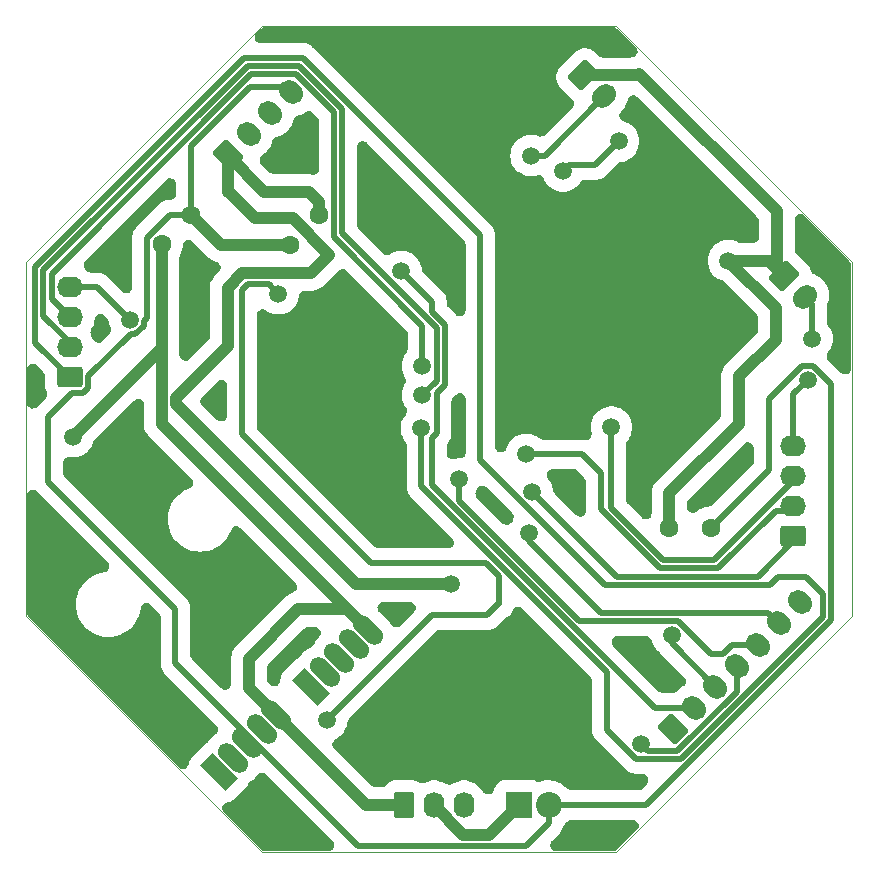
<source format=gbr>
G04 #@! TF.GenerationSoftware,KiCad,Pcbnew,8.0.0*
G04 #@! TF.CreationDate,2024-05-10T10:59:33-04:00*
G04 #@! TF.ProjectId,MainPCBV2,4d61696e-5043-4425-9632-2e6b69636164,rev?*
G04 #@! TF.SameCoordinates,PX7270e00PY7bfa480*
G04 #@! TF.FileFunction,Copper,L2,Bot*
G04 #@! TF.FilePolarity,Positive*
%FSLAX45Y45*%
G04 Gerber Fmt 4.5, Leading zero omitted, Abs format (unit mm)*
G04 Created by KiCad (PCBNEW 8.0.0) date 2024-05-10 10:59:33*
%MOMM*%
%LPD*%
G01*
G04 APERTURE LIST*
G04 Aperture macros list*
%AMRoundRect*
0 Rectangle with rounded corners*
0 $1 Rounding radius*
0 $2 $3 $4 $5 $6 $7 $8 $9 X,Y pos of 4 corners*
0 Add a 4 corners polygon primitive as box body*
4,1,4,$2,$3,$4,$5,$6,$7,$8,$9,$2,$3,0*
0 Add four circle primitives for the rounded corners*
1,1,$1+$1,$2,$3*
1,1,$1+$1,$4,$5*
1,1,$1+$1,$6,$7*
1,1,$1+$1,$8,$9*
0 Add four rect primitives between the rounded corners*
20,1,$1+$1,$2,$3,$4,$5,0*
20,1,$1+$1,$4,$5,$6,$7,0*
20,1,$1+$1,$6,$7,$8,$9,0*
20,1,$1+$1,$8,$9,$2,$3,0*%
%AMHorizOval*
0 Thick line with rounded ends*
0 $1 width*
0 $2 $3 position (X,Y) of the first rounded end (center of the circle)*
0 $4 $5 position (X,Y) of the second rounded end (center of the circle)*
0 Add line between two ends*
20,1,$1,$2,$3,$4,$5,0*
0 Add two circle primitives to create the rounded ends*
1,1,$1,$2,$3*
1,1,$1,$4,$5*%
%AMRotRect*
0 Rectangle, with rotation*
0 The origin of the aperture is its center*
0 $1 length*
0 $2 width*
0 $3 Rotation angle, in degrees counterclockwise*
0 Add horizontal line*
21,1,$1,$2,0,0,$3*%
G04 Aperture macros list end*
G04 #@! TA.AperFunction,ComponentPad*
%ADD10RoundRect,0.250000X0.845000X-0.620000X0.845000X0.620000X-0.845000X0.620000X-0.845000X-0.620000X0*%
G04 #@! TD*
G04 #@! TA.AperFunction,ComponentPad*
%ADD11O,2.190000X1.740000*%
G04 #@! TD*
G04 #@! TA.AperFunction,ComponentPad*
%ADD12RoundRect,0.250000X0.159099X-1.035911X1.035911X-0.159099X-0.159099X1.035911X-1.035911X0.159099X0*%
G04 #@! TD*
G04 #@! TA.AperFunction,ComponentPad*
%ADD13HorizOval,1.740000X-0.159099X0.159099X0.159099X-0.159099X0*%
G04 #@! TD*
G04 #@! TA.AperFunction,ComponentPad*
%ADD14RotRect,1.500000X3.000000X45.000000*%
G04 #@! TD*
G04 #@! TA.AperFunction,ComponentPad*
%ADD15HorizOval,1.500000X-0.530330X0.530330X0.530330X-0.530330X0*%
G04 #@! TD*
G04 #@! TA.AperFunction,ComponentPad*
%ADD16C,1.600000*%
G04 #@! TD*
G04 #@! TA.AperFunction,ComponentPad*
%ADD17RoundRect,0.250000X-1.035911X-0.159099X-0.159099X-1.035911X1.035911X0.159099X0.159099X1.035911X0*%
G04 #@! TD*
G04 #@! TA.AperFunction,ComponentPad*
%ADD18HorizOval,1.740000X-0.159099X-0.159099X0.159099X0.159099X0*%
G04 #@! TD*
G04 #@! TA.AperFunction,ComponentPad*
%ADD19RoundRect,0.250000X-0.620000X-0.845000X0.620000X-0.845000X0.620000X0.845000X-0.620000X0.845000X0*%
G04 #@! TD*
G04 #@! TA.AperFunction,ComponentPad*
%ADD20O,1.740000X2.190000*%
G04 #@! TD*
G04 #@! TA.AperFunction,ComponentPad*
%ADD21R,2.200000X2.200000*%
G04 #@! TD*
G04 #@! TA.AperFunction,ComponentPad*
%ADD22C,2.200000*%
G04 #@! TD*
G04 #@! TA.AperFunction,ViaPad*
%ADD23C,1.500000*%
G04 #@! TD*
G04 #@! TA.AperFunction,Conductor*
%ADD24C,0.500000*%
G04 #@! TD*
G04 #@! TA.AperFunction,Conductor*
%ADD25C,1.000000*%
G04 #@! TD*
G04 #@! TA.AperFunction,Profile*
%ADD26C,0.100000*%
G04 #@! TD*
G04 APERTURE END LIST*
D10*
X6500000Y2678000D03*
D11*
X6500000Y2932000D03*
X6500000Y3186000D03*
X6500000Y3440000D03*
D12*
X1710790Y5900790D03*
D13*
X1890395Y6080395D03*
X2070000Y6260000D03*
X2249605Y6439605D03*
D14*
X1637624Y681544D03*
D15*
X1757832Y801752D03*
X1878040Y921960D03*
X1998248Y1042168D03*
X2118456Y1162376D03*
D16*
X2483744Y5393744D03*
X2236256Y5146256D03*
D17*
X6420395Y4879605D03*
D18*
X6600000Y4700000D03*
D19*
X3202000Y400000D03*
D20*
X3456000Y400000D03*
X3710000Y400000D03*
D21*
X4173000Y400000D03*
D22*
X4427000Y400000D03*
D17*
X4720395Y6579605D03*
D18*
X4900000Y6400000D03*
D12*
X5481185Y1041185D03*
D13*
X5660790Y1220790D03*
X5840395Y1400395D03*
X6020000Y1580000D03*
X6199605Y1759605D03*
X6379210Y1939210D03*
X6558815Y2118815D03*
D16*
X5450000Y2750000D03*
X5800000Y2750000D03*
X1152513Y5152513D03*
X1400000Y5400000D03*
D14*
X2415779Y1403389D03*
D15*
X2535987Y1523597D03*
X2656195Y1643805D03*
X2776403Y1764013D03*
X2896611Y1884221D03*
D10*
X375000Y4021000D03*
D11*
X375000Y4275000D03*
X375000Y4529000D03*
X375000Y4783000D03*
D23*
X5470000Y1840000D03*
X400000Y3520000D03*
X3600000Y2270000D03*
X3360000Y3870000D03*
X880000Y4510000D03*
X3350000Y3590000D03*
X5950000Y5010000D03*
X5210000Y920000D03*
X3180000Y4920000D03*
X3670000Y3160000D03*
X4260000Y2700000D03*
X5020000Y6020000D03*
X4550000Y5770000D03*
X3360000Y4120000D03*
X6660000Y4350000D03*
X4280000Y5900000D03*
X2550000Y1120000D03*
X2140000Y4730000D03*
X6620000Y4000000D03*
X4960000Y3600000D03*
X4290000Y3050000D03*
X4240000Y3370000D03*
D24*
X190000Y3140000D02*
X1268155Y2061845D01*
X529500Y3929312D02*
X489188Y3889000D01*
X2209210Y6480000D02*
X1898995Y6480000D01*
X1268155Y1602555D02*
X2815711Y55000D01*
X1898995Y6480000D02*
X1400000Y5981005D01*
X929706Y4390000D02*
X890000Y4390000D01*
X1000000Y4500000D02*
X1000000Y4460294D01*
X190000Y3690000D02*
X190000Y3140000D01*
D25*
X1400000Y5400000D02*
X1653744Y5146256D01*
D24*
X489188Y3889000D02*
X389000Y3889000D01*
X890000Y4390000D02*
X529500Y4029500D01*
X6669706Y4120000D02*
X6570294Y4120000D01*
X2249605Y6439605D02*
X2209210Y6480000D01*
X4427000Y244437D02*
X4427000Y400000D01*
X5470000Y1770790D02*
X5470000Y1840000D01*
X1027513Y5204289D02*
X1027513Y4527513D01*
X1268155Y2061845D02*
X1268155Y1602555D01*
X1000000Y4460294D02*
X929706Y4390000D01*
X6290000Y3240000D02*
X5800000Y2750000D01*
D25*
X1653744Y5146256D02*
X2236256Y5146256D01*
D24*
X6570294Y4120000D02*
X6290000Y3839706D01*
X6290000Y3839706D02*
X6290000Y3240000D01*
X2815711Y55000D02*
X4237563Y55000D01*
X1027513Y4527513D02*
X1000000Y4500000D01*
X529500Y4029500D02*
X529500Y3929312D01*
X4427000Y400000D02*
X5256486Y400000D01*
X389000Y3889000D02*
X190000Y3690000D01*
X1400000Y5400000D02*
X1223223Y5400000D01*
X6820000Y1963514D02*
X6820000Y3969706D01*
X5840395Y1400395D02*
X5470000Y1770790D01*
X4237563Y55000D02*
X4427000Y244437D01*
X6820000Y3969706D02*
X6669706Y4120000D01*
X1400000Y5981005D02*
X1400000Y5400000D01*
X5256486Y400000D02*
X6820000Y1963514D01*
X1223223Y5400000D02*
X1027513Y5204289D01*
D25*
X1890000Y1640000D02*
X1890000Y1390833D01*
X2720833Y2060000D02*
X2310000Y2060000D01*
X1890000Y1390833D02*
X2118456Y1162376D01*
X1152513Y5152513D02*
X1152513Y3628320D01*
X2310000Y2060000D02*
X1890000Y1640000D01*
X2912390Y1900000D02*
X2896611Y1884221D01*
X2880833Y400000D02*
X2118456Y1162376D01*
X2896611Y1884221D02*
X2720833Y2060000D01*
X1152513Y5152513D02*
X1152513Y4272513D01*
X1152513Y3628320D02*
X2896611Y1884221D01*
X1152513Y4272513D02*
X400000Y3520000D01*
X3202000Y400000D02*
X2880833Y400000D01*
X1720000Y5590000D02*
X1940000Y5370000D01*
X3600000Y2270000D02*
X2800000Y2270000D01*
X2570000Y5060000D02*
X2415000Y4905000D01*
X1710790Y5900790D02*
X2021580Y5590000D01*
X1710790Y4288277D02*
X1710790Y4780000D01*
X1710790Y5590000D02*
X1710790Y5900790D01*
X1710790Y5590000D02*
X1720000Y5590000D01*
X1835790Y4905000D02*
X1710790Y4780000D01*
X1272513Y3850000D02*
X1710790Y4288277D01*
X1940000Y5370000D02*
X2260000Y5370000D01*
X2260000Y5370000D02*
X2570000Y5060000D01*
X1272513Y3797487D02*
X1272513Y3850000D01*
X2800000Y2270000D02*
X1272513Y3797487D01*
X2483744Y5506256D02*
X2483744Y5393744D01*
X2021580Y5590000D02*
X2400000Y5590000D01*
X2415000Y4905000D02*
X1835790Y4905000D01*
X2400000Y5590000D02*
X2483744Y5506256D01*
D24*
X3480000Y3990000D02*
X3360000Y3870000D01*
X375000Y4275000D02*
X419824Y4275000D01*
X419824Y4275000D02*
X150500Y4544324D01*
X2678744Y6296138D02*
X2678744Y5240251D01*
X1878520Y6657515D02*
X2317367Y6657515D01*
X2317367Y6657515D02*
X2678744Y6296138D01*
X150500Y4929495D02*
X1878520Y6657515D01*
X2678744Y5240251D02*
X3480000Y4438995D01*
X150500Y4544324D02*
X150500Y4929495D01*
X3480000Y4438995D02*
X3480000Y3990000D01*
X607000Y4783000D02*
X880000Y4510000D01*
X375000Y4783000D02*
X607000Y4783000D01*
X3350000Y3098995D02*
X3350000Y3590000D01*
X1849525Y6727515D02*
X2346362Y6727515D01*
X5547491Y790000D02*
X5170000Y790000D01*
X3850000Y5223877D02*
X3850000Y3320294D01*
X2346362Y6727515D02*
X3850000Y5223877D01*
X4920000Y1040000D02*
X4920000Y1528995D01*
X6750000Y1992509D02*
X5547491Y790000D01*
X4920000Y1528995D02*
X3350000Y3098995D01*
X6305000Y2265000D02*
X6370000Y2330000D01*
X5170000Y790000D02*
X4920000Y1040000D01*
X3850000Y3320294D02*
X4905294Y2265000D01*
X375000Y4021000D02*
X80500Y4315500D01*
X6370000Y2330000D02*
X6610000Y2330000D01*
X6750000Y2190000D02*
X6750000Y1992509D01*
X4905294Y2265000D02*
X6305000Y2265000D01*
X80500Y4958490D02*
X1849525Y6727515D01*
X80500Y4315500D02*
X80500Y4958490D01*
X6610000Y2330000D02*
X6750000Y2190000D01*
D25*
X6040000Y4030000D02*
X6040000Y3630000D01*
X5179605Y6579605D02*
X4720395Y6579605D01*
X6420395Y4879605D02*
X6360000Y4940000D01*
X6350000Y4340000D02*
X6040000Y4030000D01*
X6040000Y3630000D02*
X5450000Y3040000D01*
X6290000Y5010000D02*
X6420395Y4879605D01*
X5950000Y5010000D02*
X6290000Y5010000D01*
X5450000Y3040000D02*
X5450000Y2750000D01*
X6350000Y4610000D02*
X6350000Y4340000D01*
X6360000Y5427868D02*
X5193934Y6593934D01*
X6360000Y4940000D02*
X6360000Y5427868D01*
X5950000Y5010000D02*
X6350000Y4610000D01*
X5193934Y6593934D02*
X5179605Y6579605D01*
D24*
X6020000Y1580000D02*
X6020000Y1361504D01*
X6020000Y1361504D02*
X5518496Y860000D01*
X6020000Y1580000D02*
X5990000Y1580000D01*
X5270000Y860000D02*
X5210000Y920000D01*
X5518496Y860000D02*
X5270000Y860000D01*
X3440000Y3510294D02*
X3440000Y3107990D01*
X3480000Y3891005D02*
X3480000Y3550294D01*
X3440000Y4577990D02*
X3550000Y4467990D01*
X3550000Y3961005D02*
X3480000Y3891005D01*
X3180000Y4920000D02*
X3440000Y4660000D01*
X3440000Y3107990D02*
X5327200Y1220790D01*
X3440000Y4660000D02*
X3440000Y4577990D01*
X3480000Y3550294D02*
X3440000Y3510294D01*
X5327200Y1220790D02*
X5660790Y1220790D01*
X3550000Y4467990D02*
X3550000Y3961005D01*
X5981109Y1759605D02*
X6199605Y1759605D01*
X3670000Y3160000D02*
X3670000Y2976985D01*
X5901504Y1680000D02*
X5981109Y1759605D01*
X5799706Y1680000D02*
X5901504Y1680000D01*
X5519706Y1960000D02*
X5799706Y1680000D01*
X4686985Y1960000D02*
X5519706Y1960000D01*
X3670000Y2976985D02*
X4686985Y1960000D01*
X4260000Y2640000D02*
X4870000Y2030000D01*
X4260000Y2700000D02*
X4260000Y2640000D01*
X6288420Y2030000D02*
X6379210Y1939210D01*
X4870000Y2030000D02*
X6288420Y2030000D01*
X4820000Y5820000D02*
X5020000Y6020000D01*
X4600000Y5820000D02*
X4820000Y5820000D01*
X4550000Y5770000D02*
X4600000Y5820000D01*
X375000Y4529000D02*
X220500Y4683500D01*
X2608744Y6267143D02*
X2608744Y5211256D01*
X2608744Y5211256D02*
X3360000Y4460000D01*
X1907515Y6587515D02*
X2288372Y6587515D01*
X3360000Y4460000D02*
X3360000Y4120000D01*
X220500Y4683500D02*
X220500Y4900500D01*
X220500Y4900500D02*
X1907515Y6587515D01*
X2288372Y6587515D02*
X2608744Y6267143D01*
X6660000Y4640000D02*
X6600000Y4700000D01*
X6660000Y4350000D02*
X6660000Y4640000D01*
X4400000Y5900000D02*
X4900000Y6400000D01*
X4280000Y5900000D02*
X4400000Y5900000D01*
X2060000Y4810000D02*
X2140000Y4730000D01*
X4010000Y2100000D02*
X4010000Y2340000D01*
X1830000Y3540000D02*
X1830000Y4760000D01*
X1880000Y4810000D02*
X2060000Y4810000D01*
X3900000Y2450000D02*
X2920000Y2450000D01*
X4010000Y2340000D02*
X3900000Y2450000D01*
X2550000Y1120000D02*
X3440000Y2010000D01*
X2920000Y2450000D02*
X1830000Y3540000D01*
X4000000Y2100000D02*
X4010000Y2100000D01*
X1830000Y4760000D02*
X1880000Y4810000D01*
X3910000Y2010000D02*
X4000000Y2100000D01*
X3440000Y2010000D02*
X3910000Y2010000D01*
X6620000Y4000000D02*
X6500000Y3880000D01*
X6500000Y3880000D02*
X6500000Y3400000D01*
X4960000Y2913223D02*
X4960000Y3600000D01*
X5398223Y2475000D02*
X4960000Y2913223D01*
X6500000Y3146000D02*
X5829000Y2475000D01*
X5829000Y2475000D02*
X5398223Y2475000D01*
X6500000Y2638000D02*
X6197000Y2335000D01*
X6197000Y2335000D02*
X5005000Y2335000D01*
X5005000Y2335000D02*
X4290000Y3050000D01*
X5865000Y2405000D02*
X6352000Y2892000D01*
X4870000Y3210000D02*
X4870000Y2904228D01*
X4710000Y3370000D02*
X4870000Y3210000D01*
X6352000Y2892000D02*
X6500000Y2892000D01*
X4240000Y3370000D02*
X4710000Y3370000D01*
X4870000Y2904228D02*
X5369228Y2405000D01*
X5369228Y2405000D02*
X5865000Y2405000D01*
D25*
X3706000Y150000D02*
X3456000Y400000D01*
X3923000Y150000D02*
X3706000Y150000D01*
X4173000Y400000D02*
X3923000Y150000D01*
G04 #@! TA.AperFunction,NonConductor*
G36*
X2410164Y6277212D02*
G01*
X2423530Y6272408D01*
X2435001Y6264033D01*
X2435426Y6263613D01*
X2469078Y6229961D01*
X2477590Y6218591D01*
X2482553Y6205283D01*
X2483694Y6194676D01*
X2483694Y5787090D01*
X2481672Y5773032D01*
X2475772Y5760112D01*
X2466471Y5749378D01*
X2454523Y5741699D01*
X2440895Y5737698D01*
X2426692Y5737698D01*
X2425988Y5737804D01*
X2411809Y5740050D01*
X2411809Y5740050D01*
X2104402Y5740050D01*
X2090343Y5742071D01*
X2077424Y5747971D01*
X2069117Y5754665D01*
X1996020Y5827763D01*
X1987508Y5839133D01*
X1982545Y5852440D01*
X1981531Y5866607D01*
X1984550Y5880486D01*
X1991357Y5892951D01*
X2001400Y5902994D01*
X2006354Y5906262D01*
X2010447Y5908625D01*
X2029900Y5923552D01*
X2047238Y5940890D01*
X2062165Y5960343D01*
X2074425Y5981577D01*
X2083808Y6004231D01*
X2089529Y6025582D01*
X2095120Y6038637D01*
X2104163Y6049590D01*
X2115925Y6057551D01*
X2124812Y6060866D01*
X2146164Y6066587D01*
X2168818Y6075970D01*
X2190052Y6088230D01*
X2209505Y6103157D01*
X2226843Y6120495D01*
X2241770Y6139948D01*
X2254030Y6161182D01*
X2263413Y6183836D01*
X2269134Y6205187D01*
X2274725Y6218243D01*
X2283768Y6229195D01*
X2295530Y6237156D01*
X2304418Y6240471D01*
X2325769Y6246192D01*
X2348423Y6255575D01*
X2369658Y6267835D01*
X2369762Y6267916D01*
X2369860Y6267970D01*
X2371015Y6268742D01*
X2371074Y6268653D01*
X2382145Y6274871D01*
X2395986Y6278055D01*
X2410164Y6277212D01*
G37*
G04 #@! TD.AperFunction*
G04 #@! TA.AperFunction,NonConductor*
G36*
X1242488Y5704387D02*
G01*
X1254954Y5697580D01*
X1264997Y5687537D01*
X1271804Y5675072D01*
X1274823Y5661193D01*
X1274950Y5657633D01*
X1274950Y5574950D01*
X1272929Y5560892D01*
X1267029Y5547972D01*
X1257728Y5537238D01*
X1245779Y5529559D01*
X1232152Y5525558D01*
X1225050Y5525050D01*
X1213382Y5525050D01*
X1193941Y5521971D01*
X1193941Y5521971D01*
X1193941Y5521971D01*
X1188029Y5520050D01*
X1188029Y5520050D01*
X1175222Y5515889D01*
X1175220Y5515888D01*
X1157684Y5506953D01*
X1157683Y5506953D01*
X1141759Y5495383D01*
X1141759Y5495383D01*
X932130Y5285754D01*
X932130Y5285754D01*
X922050Y5271880D01*
X920560Y5269830D01*
X920560Y5269829D01*
X911624Y5252292D01*
X911624Y5252292D01*
X909511Y5245789D01*
X907805Y5240539D01*
X907805Y5240539D01*
X905542Y5233572D01*
X905542Y5233572D01*
X902463Y5214131D01*
X902463Y4784854D01*
X900441Y4770796D01*
X894541Y4757876D01*
X885240Y4747142D01*
X873292Y4739463D01*
X859664Y4735462D01*
X845461Y4735462D01*
X831833Y4739463D01*
X819885Y4747142D01*
X817278Y4749569D01*
X688465Y4878383D01*
X688465Y4878383D01*
X672541Y4889952D01*
X672540Y4889953D01*
X672540Y4889953D01*
X655003Y4898888D01*
X655003Y4898888D01*
X655003Y4898888D01*
X655002Y4898889D01*
X655001Y4898889D01*
X636283Y4904971D01*
X636283Y4904971D01*
X616842Y4908050D01*
X616842Y4908050D01*
X557648Y4908050D01*
X543589Y4910071D01*
X530670Y4915971D01*
X522363Y4922665D01*
X521095Y4923933D01*
X509476Y4932849D01*
X499553Y4943011D01*
X492895Y4955557D01*
X490042Y4969470D01*
X491224Y4983624D01*
X496345Y4996872D01*
X504569Y5007721D01*
X1189766Y5692918D01*
X1201136Y5701430D01*
X1214443Y5706393D01*
X1228610Y5707406D01*
X1242488Y5704387D01*
G37*
G04 #@! TD.AperFunction*
G04 #@! TA.AperFunction,NonConductor*
G36*
X2874423Y6018157D02*
G01*
X2886371Y6010478D01*
X2888978Y6008051D01*
X3710335Y5186695D01*
X3718846Y5175325D01*
X3723810Y5162017D01*
X3724950Y5151410D01*
X3724950Y4590357D01*
X3722929Y4576298D01*
X3717029Y4563379D01*
X3707728Y4552645D01*
X3695779Y4544966D01*
X3682151Y4540965D01*
X3667948Y4540965D01*
X3654321Y4544966D01*
X3642372Y4552645D01*
X3639765Y4555072D01*
X3579665Y4615172D01*
X3571154Y4626542D01*
X3566190Y4639850D01*
X3565050Y4650457D01*
X3565050Y4669842D01*
X3563261Y4681140D01*
X3563261Y4681140D01*
X3561971Y4689283D01*
X3558501Y4699961D01*
X3558501Y4699961D01*
X3557303Y4703650D01*
X3555888Y4708003D01*
X3546952Y4725541D01*
X3535383Y4741465D01*
X3521465Y4755383D01*
X3368527Y4908320D01*
X3360016Y4919690D01*
X3355052Y4932998D01*
X3354051Y4939876D01*
X3353580Y4946163D01*
X3353580Y4946163D01*
X3347742Y4971742D01*
X3342995Y4983837D01*
X3338157Y4996163D01*
X3338157Y4996164D01*
X3338157Y4996164D01*
X3325039Y5018886D01*
X3308680Y5039398D01*
X3308680Y5039398D01*
X3289448Y5057243D01*
X3267771Y5072022D01*
X3267771Y5072023D01*
X3267770Y5072023D01*
X3254884Y5078229D01*
X3244133Y5083406D01*
X3244133Y5083406D01*
X3244132Y5083406D01*
X3244132Y5083406D01*
X3219061Y5091140D01*
X3219061Y5091140D01*
X3219061Y5091140D01*
X3208141Y5092786D01*
X3193118Y5095050D01*
X3166882Y5095050D01*
X3151859Y5092786D01*
X3140939Y5091140D01*
X3140938Y5091140D01*
X3124809Y5086164D01*
X3115867Y5083406D01*
X3115867Y5083406D01*
X3092230Y5072023D01*
X3092229Y5072022D01*
X3085712Y5067580D01*
X3072958Y5061330D01*
X3058960Y5058927D01*
X3044852Y5060565D01*
X3031777Y5066112D01*
X3022318Y5073524D01*
X2818409Y5277433D01*
X2809897Y5288803D01*
X2804934Y5302111D01*
X2803794Y5312718D01*
X2803794Y5972766D01*
X2805815Y5986825D01*
X2811715Y5999744D01*
X2821016Y6010478D01*
X2832964Y6018157D01*
X2846592Y6022158D01*
X2860795Y6022158D01*
X2874423Y6018157D01*
G37*
G04 #@! TD.AperFunction*
G04 #@! TA.AperFunction,NonConductor*
G36*
X647317Y4556797D02*
G01*
X660306Y4551051D01*
X669114Y4544039D01*
X691473Y4521680D01*
X699984Y4510310D01*
X704948Y4497002D01*
X705948Y4490125D01*
X706420Y4483837D01*
X706420Y4483837D01*
X712258Y4458258D01*
X719813Y4439009D01*
X723067Y4425184D01*
X722295Y4411002D01*
X717558Y4397612D01*
X709241Y4386099D01*
X708647Y4385494D01*
X652239Y4329086D01*
X640869Y4320575D01*
X627561Y4315611D01*
X613394Y4314598D01*
X599516Y4317617D01*
X587050Y4324424D01*
X577007Y4334467D01*
X570853Y4345275D01*
X565620Y4357908D01*
X554568Y4377050D01*
X549289Y4390236D01*
X547939Y4404374D01*
X550627Y4418321D01*
X554568Y4426950D01*
X565620Y4446092D01*
X565620Y4446092D01*
X565620Y4446092D01*
X575003Y4468746D01*
X581350Y4492430D01*
X584356Y4515268D01*
X588195Y4528942D01*
X595731Y4540981D01*
X606354Y4550409D01*
X619202Y4556462D01*
X633235Y4558651D01*
X647317Y4556797D01*
G37*
G04 #@! TD.AperFunction*
G04 #@! TA.AperFunction,NonConductor*
G36*
X1392598Y5184126D02*
G01*
X1405888Y5179118D01*
X1417109Y5170688D01*
X1555993Y5031805D01*
X1573774Y5018886D01*
X1575100Y5017922D01*
X1596144Y5007200D01*
X1616550Y5000569D01*
X1629295Y4994303D01*
X1639759Y4984699D01*
X1647094Y4972537D01*
X1650704Y4958800D01*
X1650299Y4944603D01*
X1645910Y4931095D01*
X1637893Y4919371D01*
X1636414Y4917827D01*
X1596338Y4877751D01*
X1591993Y4871770D01*
X1582455Y4858643D01*
X1574614Y4843254D01*
X1571733Y4837600D01*
X1571733Y4837599D01*
X1564434Y4815137D01*
X1560740Y4791809D01*
X1560740Y4371099D01*
X1558718Y4357041D01*
X1552818Y4344121D01*
X1546124Y4335815D01*
X1387747Y4177437D01*
X1376377Y4168926D01*
X1363070Y4163962D01*
X1348903Y4162949D01*
X1335024Y4165968D01*
X1322559Y4172775D01*
X1312516Y4182818D01*
X1305709Y4195284D01*
X1302690Y4209162D01*
X1302563Y4212722D01*
X1302563Y5038936D01*
X1304584Y5052995D01*
X1309248Y5063886D01*
X1311380Y5067580D01*
X1315187Y5074173D01*
X1325046Y5099293D01*
X1331051Y5125602D01*
X1332065Y5139132D01*
X1335131Y5153000D01*
X1341980Y5165442D01*
X1352057Y5175451D01*
X1364546Y5182216D01*
X1378435Y5185188D01*
X1392598Y5184126D01*
G37*
G04 #@! TD.AperFunction*
G04 #@! TA.AperFunction,NonConductor*
G36*
X6580679Y5400659D02*
G01*
X6592628Y5392980D01*
X6595235Y5390553D01*
X6975335Y5010453D01*
X6983846Y4999083D01*
X6988810Y4985775D01*
X6989950Y4975168D01*
X6989950Y4097072D01*
X6987929Y4083014D01*
X6982029Y4070094D01*
X6972728Y4059360D01*
X6960779Y4051682D01*
X6947151Y4047680D01*
X6932948Y4047680D01*
X6919321Y4051682D01*
X6907372Y4059360D01*
X6904765Y4061788D01*
X6796819Y4169734D01*
X6788307Y4181105D01*
X6783344Y4194412D01*
X6782330Y4208579D01*
X6785349Y4222457D01*
X6792156Y4234923D01*
X6793083Y4236123D01*
X6805039Y4251114D01*
X6818157Y4273836D01*
X6818157Y4273837D01*
X6818157Y4273837D01*
X6822367Y4284564D01*
X6827742Y4298258D01*
X6833580Y4323837D01*
X6835541Y4350000D01*
X6833580Y4376163D01*
X6827742Y4401742D01*
X6825637Y4407106D01*
X6818157Y4426163D01*
X6818157Y4426164D01*
X6818157Y4426164D01*
X6805039Y4448886D01*
X6805038Y4448887D01*
X6795936Y4460300D01*
X6788751Y4472551D01*
X6785309Y4486331D01*
X6785050Y4491412D01*
X6785050Y4625540D01*
X6787071Y4639598D01*
X6788848Y4644635D01*
X6793413Y4655656D01*
X6799759Y4679340D01*
X6802960Y4703650D01*
X6802960Y4728170D01*
X6799759Y4752480D01*
X6793413Y4776164D01*
X6784030Y4798818D01*
X6774608Y4815137D01*
X6771770Y4820052D01*
X6756844Y4839505D01*
X6756843Y4839506D01*
X6739506Y4856843D01*
X6739504Y4856844D01*
X6720052Y4871770D01*
X6698817Y4884030D01*
X6674655Y4894038D01*
X6674787Y4894357D01*
X6664932Y4899377D01*
X6654605Y4909128D01*
X6647443Y4921393D01*
X6645576Y4926889D01*
X6645017Y4928918D01*
X6637107Y4949991D01*
X6637107Y4949992D01*
X6625563Y4969314D01*
X6625563Y4969314D01*
X6625562Y4969315D01*
X6616951Y4979398D01*
X6594349Y5001999D01*
X6524665Y5071683D01*
X6516154Y5083053D01*
X6511190Y5096361D01*
X6510050Y5106968D01*
X6510050Y5355268D01*
X6512071Y5369327D01*
X6517971Y5382246D01*
X6527272Y5392980D01*
X6539221Y5400659D01*
X6552848Y5404660D01*
X6567051Y5404660D01*
X6580679Y5400659D01*
G37*
G04 #@! TD.AperFunction*
G04 #@! TA.AperFunction,NonConductor*
G36*
X80679Y4134024D02*
G01*
X92628Y4126345D01*
X95235Y4123918D01*
X150835Y4068318D01*
X159346Y4056948D01*
X164310Y4043640D01*
X165450Y4033033D01*
X165450Y3952579D01*
X165450Y3952577D01*
X166490Y3939359D01*
X166490Y3939359D01*
X171990Y3917532D01*
X179150Y3901770D01*
X183123Y3888134D01*
X183094Y3873931D01*
X179065Y3860311D01*
X171362Y3848379D01*
X169001Y3845849D01*
X95235Y3772082D01*
X83865Y3763570D01*
X70557Y3758607D01*
X56390Y3757594D01*
X42512Y3760613D01*
X30046Y3767420D01*
X20003Y3777463D01*
X13196Y3789928D01*
X10177Y3803807D01*
X10050Y3807367D01*
X10050Y4088633D01*
X12071Y4102692D01*
X17971Y4115611D01*
X27272Y4126345D01*
X39221Y4134024D01*
X52848Y4138025D01*
X67052Y4138025D01*
X80679Y4134024D01*
G37*
G04 #@! TD.AperFunction*
G04 #@! TA.AperFunction,NonConductor*
G36*
X1672488Y3996519D02*
G01*
X1684954Y3989712D01*
X1694997Y3979669D01*
X1701804Y3967204D01*
X1704823Y3953325D01*
X1704950Y3949765D01*
X1704950Y3697722D01*
X1702929Y3683663D01*
X1697029Y3670744D01*
X1687728Y3660010D01*
X1675779Y3652331D01*
X1662151Y3648330D01*
X1647948Y3648330D01*
X1634321Y3652331D01*
X1622372Y3660010D01*
X1619765Y3662437D01*
X1493744Y3788459D01*
X1485232Y3799829D01*
X1480269Y3813137D01*
X1479255Y3827303D01*
X1482274Y3841182D01*
X1489081Y3853648D01*
X1493744Y3859028D01*
X1619765Y3985050D01*
X1631135Y3993562D01*
X1644443Y3998525D01*
X1658610Y3999538D01*
X1672488Y3996519D01*
G37*
G04 #@! TD.AperFunction*
G04 #@! TA.AperFunction,NonConductor*
G36*
X3692488Y3885392D02*
G01*
X3704954Y3878585D01*
X3714997Y3868542D01*
X3721804Y3856077D01*
X3724823Y3842198D01*
X3724950Y3838638D01*
X3724950Y3384950D01*
X3722929Y3370891D01*
X3717029Y3357972D01*
X3707728Y3347238D01*
X3695779Y3339559D01*
X3682151Y3335558D01*
X3675050Y3335050D01*
X3656882Y3335050D01*
X3643418Y3333021D01*
X3630939Y3331140D01*
X3630180Y3330906D01*
X3629657Y3330744D01*
X3615628Y3328532D01*
X3601543Y3330362D01*
X3588545Y3336087D01*
X3577686Y3345241D01*
X3569845Y3357084D01*
X3565659Y3370656D01*
X3565050Y3378428D01*
X3565050Y3438394D01*
X3567071Y3452453D01*
X3572971Y3465372D01*
X3574580Y3467725D01*
X3575383Y3468830D01*
X3575383Y3468830D01*
X3583462Y3479950D01*
X3586952Y3484754D01*
X3595888Y3502292D01*
X3597497Y3507243D01*
X3601971Y3521011D01*
X3601970Y3521011D01*
X3601971Y3521012D01*
X3602063Y3521595D01*
X3602131Y3522025D01*
X3605050Y3540452D01*
X3605050Y3818538D01*
X3607071Y3832597D01*
X3612971Y3845516D01*
X3619665Y3853823D01*
X3639765Y3873923D01*
X3651135Y3882435D01*
X3664443Y3887398D01*
X3678610Y3888411D01*
X3692488Y3885392D01*
G37*
G04 #@! TD.AperFunction*
G04 #@! TA.AperFunction,NonConductor*
G36*
X6132488Y3469032D02*
G01*
X6144954Y3462225D01*
X6154997Y3452182D01*
X6161804Y3439716D01*
X6164823Y3425838D01*
X6164950Y3422278D01*
X6164950Y3312467D01*
X6162929Y3298408D01*
X6157029Y3285489D01*
X6150335Y3277182D01*
X5817647Y2944495D01*
X5806277Y2935983D01*
X5792970Y2931020D01*
X5788350Y2930347D01*
X5788353Y2930328D01*
X5786507Y2930050D01*
X5786507Y2930050D01*
X5774165Y2928190D01*
X5759823Y2926028D01*
X5749250Y2922767D01*
X5734036Y2918074D01*
X5734035Y2918074D01*
X5734035Y2918073D01*
X5709723Y2906365D01*
X5709722Y2906365D01*
X5687426Y2891163D01*
X5683890Y2887883D01*
X5672210Y2879803D01*
X5658726Y2875340D01*
X5644531Y2874858D01*
X5630775Y2878394D01*
X5618573Y2885662D01*
X5608913Y2896073D01*
X5602577Y2908785D01*
X5600079Y2922767D01*
X5600050Y2924463D01*
X5600050Y2957178D01*
X5602071Y2971237D01*
X5607971Y2984156D01*
X5614665Y2992463D01*
X6079765Y3457563D01*
X6091135Y3466074D01*
X6104443Y3471038D01*
X6118610Y3472051D01*
X6132488Y3469032D01*
G37*
G04 #@! TD.AperFunction*
G04 #@! TA.AperFunction,NonConductor*
G36*
X4651592Y3242929D02*
G01*
X4664511Y3237029D01*
X4672818Y3230335D01*
X4730335Y3172818D01*
X4738846Y3161448D01*
X4743810Y3148140D01*
X4744950Y3137533D01*
X4744950Y2892426D01*
X4744557Y2892426D01*
X4743878Y2882051D01*
X4738996Y2868714D01*
X4730554Y2857292D01*
X4719236Y2848712D01*
X4705959Y2843667D01*
X4691798Y2842568D01*
X4677902Y2845503D01*
X4665395Y2852233D01*
X4659770Y2857077D01*
X4478527Y3038320D01*
X4470016Y3049690D01*
X4465052Y3062998D01*
X4464051Y3069876D01*
X4463890Y3072025D01*
X4463580Y3076163D01*
X4457742Y3101742D01*
X4455637Y3107106D01*
X4448157Y3126163D01*
X4448157Y3126164D01*
X4448157Y3126164D01*
X4435039Y3148886D01*
X4423035Y3163938D01*
X4415850Y3176189D01*
X4412408Y3189969D01*
X4412987Y3204160D01*
X4417541Y3217613D01*
X4425700Y3229238D01*
X4436805Y3238094D01*
X4449954Y3243462D01*
X4462048Y3244950D01*
X4637533Y3244950D01*
X4651592Y3242929D01*
G37*
G04 #@! TD.AperFunction*
G04 #@! TA.AperFunction,NonConductor*
G36*
X4989227Y6987929D02*
G01*
X5002146Y6982029D01*
X5010453Y6975335D01*
X5166656Y6819131D01*
X5175168Y6807761D01*
X5180131Y6794453D01*
X5181145Y6780286D01*
X5178126Y6766408D01*
X5171319Y6753942D01*
X5161276Y6743899D01*
X5148810Y6737092D01*
X5146792Y6736389D01*
X5143216Y6735227D01*
X5143216Y6735226D01*
X5136335Y6732991D01*
X5136335Y6732991D01*
X5134470Y6732385D01*
X5134378Y6732669D01*
X5123691Y6729941D01*
X5118356Y6729655D01*
X4887363Y6729655D01*
X4873304Y6731676D01*
X4860385Y6737576D01*
X4852078Y6744270D01*
X4820188Y6776160D01*
X4820187Y6776162D01*
X4810104Y6784773D01*
X4803595Y6788662D01*
X4790781Y6796318D01*
X4783757Y6798954D01*
X4769708Y6804227D01*
X4769707Y6804227D01*
X4747560Y6808246D01*
X4725050Y6808246D01*
X4722375Y6807761D01*
X4702902Y6804227D01*
X4702902Y6804227D01*
X4681828Y6796318D01*
X4681828Y6796318D01*
X4662506Y6784773D01*
X4662505Y6784772D01*
X4652423Y6776161D01*
X4652421Y6776160D01*
X4523841Y6647580D01*
X4523838Y6647577D01*
X4515227Y6637495D01*
X4503682Y6618171D01*
X4495773Y6597098D01*
X4495773Y6597098D01*
X4491754Y6574950D01*
X4491754Y6552441D01*
X4495773Y6530293D01*
X4495773Y6530292D01*
X4503682Y6509219D01*
X4503682Y6509219D01*
X4515227Y6489897D01*
X4515227Y6489896D01*
X4515227Y6489896D01*
X4523839Y6479812D01*
X4523840Y6479811D01*
X4523840Y6479811D01*
X4620601Y6383051D01*
X4620602Y6383050D01*
X4625723Y6378676D01*
X4635100Y6368009D01*
X4641092Y6355132D01*
X4643214Y6341088D01*
X4641293Y6327016D01*
X4635485Y6314055D01*
X4628600Y6305447D01*
X4397703Y6074550D01*
X4386333Y6066039D01*
X4373025Y6061075D01*
X4358859Y6060062D01*
X4345923Y6062876D01*
X4345916Y6062856D01*
X4345678Y6062930D01*
X4344980Y6063081D01*
X4344189Y6063384D01*
X4344133Y6063406D01*
X4344133Y6063406D01*
X4344132Y6063406D01*
X4319062Y6071140D01*
X4319061Y6071140D01*
X4319061Y6071140D01*
X4308141Y6072786D01*
X4293118Y6075050D01*
X4266882Y6075050D01*
X4251859Y6072786D01*
X4240939Y6071140D01*
X4215867Y6063406D01*
X4215867Y6063406D01*
X4192230Y6052023D01*
X4192229Y6052022D01*
X4170552Y6037243D01*
X4151320Y6019398D01*
X4134962Y5998887D01*
X4134961Y5998885D01*
X4121843Y5976164D01*
X4121842Y5976163D01*
X4112258Y5951742D01*
X4112258Y5951742D01*
X4106420Y5926163D01*
X4104459Y5900000D01*
X4106420Y5873837D01*
X4110355Y5856594D01*
X4112258Y5848258D01*
X4112258Y5848258D01*
X4121842Y5823837D01*
X4121843Y5823836D01*
X4121843Y5823836D01*
X4134961Y5801114D01*
X4146145Y5787090D01*
X4151320Y5780602D01*
X4170552Y5762757D01*
X4174431Y5760112D01*
X4192230Y5747977D01*
X4215868Y5736594D01*
X4240939Y5728860D01*
X4266882Y5724950D01*
X4266882Y5724950D01*
X4293118Y5724950D01*
X4293118Y5724950D01*
X4319062Y5728860D01*
X4327479Y5731457D01*
X4341508Y5733669D01*
X4355592Y5731839D01*
X4368591Y5726115D01*
X4379451Y5716961D01*
X4387291Y5705119D01*
X4388637Y5702004D01*
X4391760Y5694048D01*
X4391843Y5693836D01*
X4391843Y5693836D01*
X4404172Y5672482D01*
X4404961Y5671114D01*
X4404962Y5671114D01*
X4404962Y5671113D01*
X4421320Y5650602D01*
X4440552Y5632757D01*
X4453886Y5623666D01*
X4462230Y5617977D01*
X4485868Y5606594D01*
X4510939Y5598860D01*
X4536882Y5594950D01*
X4536882Y5594950D01*
X4563118Y5594950D01*
X4563118Y5594950D01*
X4589062Y5598860D01*
X4614132Y5606594D01*
X4637770Y5617977D01*
X4659448Y5632757D01*
X4678681Y5650602D01*
X4695039Y5671114D01*
X4695040Y5671116D01*
X4696090Y5672657D01*
X4696347Y5672482D01*
X4703173Y5681163D01*
X4714742Y5689402D01*
X4728164Y5694048D01*
X4737610Y5694950D01*
X4829842Y5694950D01*
X4839562Y5696490D01*
X4849283Y5698029D01*
X4868003Y5704112D01*
X4885541Y5713048D01*
X4901465Y5724617D01*
X5008178Y5831330D01*
X5019548Y5839842D01*
X5032855Y5844805D01*
X5036022Y5845388D01*
X5059062Y5848860D01*
X5084132Y5856594D01*
X5107770Y5867977D01*
X5129448Y5882757D01*
X5148681Y5900602D01*
X5165039Y5921114D01*
X5178157Y5943836D01*
X5178157Y5943837D01*
X5178157Y5943837D01*
X5184635Y5960343D01*
X5187742Y5968258D01*
X5193580Y5993837D01*
X5195541Y6020000D01*
X5193580Y6046163D01*
X5187742Y6071742D01*
X5179306Y6093235D01*
X5178157Y6096163D01*
X5178157Y6096164D01*
X5178157Y6096164D01*
X5165039Y6118886D01*
X5148681Y6139398D01*
X5148088Y6139948D01*
X5129448Y6157243D01*
X5107771Y6172022D01*
X5107771Y6172022D01*
X5107770Y6172023D01*
X5094884Y6178229D01*
X5084133Y6183406D01*
X5084133Y6183406D01*
X5084132Y6183406D01*
X5079535Y6184824D01*
X5059177Y6191104D01*
X5046339Y6197179D01*
X5035732Y6206626D01*
X5028217Y6218677D01*
X5024401Y6232358D01*
X5024594Y6246560D01*
X5028781Y6260132D01*
X5036621Y6271975D01*
X5038599Y6274070D01*
X5056843Y6292315D01*
X5071770Y6311767D01*
X5084030Y6333002D01*
X5093413Y6355656D01*
X5097797Y6372015D01*
X5103388Y6385071D01*
X5112430Y6396023D01*
X5124193Y6403984D01*
X5137721Y6408309D01*
X5151920Y6408647D01*
X5165639Y6404971D01*
X5177767Y6397579D01*
X5181281Y6394384D01*
X6195335Y5380331D01*
X6203846Y5368961D01*
X6208810Y5355653D01*
X6209950Y5345046D01*
X6209950Y5209950D01*
X6207929Y5195892D01*
X6202029Y5182972D01*
X6192728Y5172238D01*
X6180779Y5164559D01*
X6167151Y5160558D01*
X6160050Y5160050D01*
X6053256Y5160050D01*
X6039198Y5162071D01*
X6031606Y5164992D01*
X6014134Y5173406D01*
X6014133Y5173406D01*
X6014132Y5173406D01*
X6014132Y5173406D01*
X5989061Y5181140D01*
X5989061Y5181140D01*
X5989061Y5181140D01*
X5978141Y5182786D01*
X5963118Y5185050D01*
X5936882Y5185050D01*
X5921859Y5182786D01*
X5910939Y5181140D01*
X5910938Y5181140D01*
X5892497Y5175451D01*
X5885867Y5173406D01*
X5885867Y5173406D01*
X5862230Y5162023D01*
X5862229Y5162022D01*
X5840552Y5147243D01*
X5821320Y5129398D01*
X5804962Y5108887D01*
X5804961Y5108885D01*
X5791843Y5086165D01*
X5791842Y5086163D01*
X5782258Y5061742D01*
X5782258Y5061742D01*
X5776420Y5036163D01*
X5774459Y5010000D01*
X5776420Y4983837D01*
X5781726Y4960589D01*
X5782258Y4958259D01*
X5782258Y4958258D01*
X5791842Y4933837D01*
X5791843Y4933836D01*
X5791843Y4933836D01*
X5796835Y4925190D01*
X5802157Y4915971D01*
X5804961Y4911114D01*
X5814711Y4898888D01*
X5821320Y4890602D01*
X5840552Y4872757D01*
X5841999Y4871770D01*
X5862230Y4857977D01*
X5873489Y4852555D01*
X5885867Y4846594D01*
X5885867Y4846594D01*
X5885868Y4846594D01*
X5896219Y4843401D01*
X5909056Y4837326D01*
X5916795Y4831003D01*
X6185335Y4562463D01*
X6193846Y4551093D01*
X6198810Y4537785D01*
X6199950Y4527178D01*
X6199950Y4422822D01*
X6197929Y4408763D01*
X6192029Y4395844D01*
X6185335Y4387537D01*
X5925548Y4127751D01*
X5925548Y4127751D01*
X5911666Y4108644D01*
X5911666Y4108644D01*
X5904909Y4095383D01*
X5900943Y4087599D01*
X5893645Y4065137D01*
X5893645Y4065137D01*
X5889950Y4041809D01*
X5889950Y3712822D01*
X5887929Y3698763D01*
X5882029Y3685844D01*
X5875335Y3677537D01*
X5335548Y3137751D01*
X5335548Y3137751D01*
X5321666Y3118643D01*
X5312228Y3100120D01*
X5312228Y3100120D01*
X5310943Y3097599D01*
X5303645Y3075137D01*
X5303645Y3075137D01*
X5299950Y3051809D01*
X5299950Y2870590D01*
X5297929Y2856531D01*
X5292029Y2843612D01*
X5282728Y2832878D01*
X5270779Y2825199D01*
X5257152Y2821198D01*
X5242949Y2821198D01*
X5229321Y2825199D01*
X5217372Y2832878D01*
X5214765Y2835305D01*
X5099665Y2950405D01*
X5091154Y2961775D01*
X5086190Y2975083D01*
X5085050Y2985690D01*
X5085050Y3458589D01*
X5087071Y3472647D01*
X5092971Y3485567D01*
X5095936Y3489700D01*
X5105039Y3501114D01*
X5118157Y3523836D01*
X5118157Y3523837D01*
X5118157Y3523837D01*
X5122367Y3534564D01*
X5127742Y3548258D01*
X5133580Y3573837D01*
X5135541Y3600000D01*
X5133580Y3626163D01*
X5127742Y3651742D01*
X5124497Y3660010D01*
X5118157Y3676163D01*
X5118157Y3676164D01*
X5118157Y3676164D01*
X5105039Y3698886D01*
X5088681Y3719398D01*
X5088680Y3719398D01*
X5069448Y3737243D01*
X5047771Y3752022D01*
X5047771Y3752022D01*
X5047770Y3752023D01*
X5034884Y3758229D01*
X5024133Y3763406D01*
X5024133Y3763406D01*
X5024133Y3763406D01*
X5024132Y3763406D01*
X4999062Y3771140D01*
X4999061Y3771140D01*
X4999061Y3771140D01*
X4988141Y3772786D01*
X4973118Y3775050D01*
X4946882Y3775050D01*
X4931859Y3772786D01*
X4920939Y3771140D01*
X4920939Y3771140D01*
X4896400Y3763570D01*
X4895867Y3763406D01*
X4895867Y3763406D01*
X4872230Y3752023D01*
X4872229Y3752022D01*
X4850552Y3737243D01*
X4831320Y3719398D01*
X4814962Y3698887D01*
X4814961Y3698885D01*
X4801843Y3676164D01*
X4801843Y3676163D01*
X4792258Y3651742D01*
X4792258Y3651742D01*
X4786420Y3626163D01*
X4784459Y3600000D01*
X4786420Y3573837D01*
X4788757Y3563595D01*
X4791156Y3553086D01*
X4792314Y3538930D01*
X4789437Y3525022D01*
X4782757Y3512487D01*
X4772817Y3502342D01*
X4760422Y3495409D01*
X4746575Y3492248D01*
X4734701Y3492697D01*
X4719842Y3495050D01*
X4719842Y3495050D01*
X4382174Y3495050D01*
X4368115Y3497071D01*
X4355196Y3502971D01*
X4351015Y3506213D01*
X4350908Y3506079D01*
X4349449Y3507243D01*
X4349448Y3507243D01*
X4349448Y3507243D01*
X4327770Y3522023D01*
X4314884Y3528229D01*
X4304133Y3533406D01*
X4304133Y3533406D01*
X4304133Y3533406D01*
X4304132Y3533406D01*
X4279062Y3541140D01*
X4279061Y3541140D01*
X4279061Y3541140D01*
X4268141Y3542786D01*
X4253118Y3545050D01*
X4226882Y3545050D01*
X4211859Y3542786D01*
X4200939Y3541140D01*
X4175867Y3533406D01*
X4175867Y3533406D01*
X4152230Y3522023D01*
X4152229Y3522022D01*
X4130552Y3507243D01*
X4111320Y3489398D01*
X4094962Y3468887D01*
X4094961Y3468885D01*
X4081843Y3446164D01*
X4081842Y3446163D01*
X4071576Y3420004D01*
X4071289Y3420116D01*
X4066556Y3410117D01*
X4057110Y3399511D01*
X4045057Y3391996D01*
X4031376Y3388181D01*
X4017175Y3388375D01*
X4003603Y3392562D01*
X3991761Y3400404D01*
X3982607Y3411264D01*
X3976884Y3424262D01*
X3975050Y3437666D01*
X3975050Y5233718D01*
X3974470Y5237377D01*
X3971971Y5253159D01*
X3968463Y5263954D01*
X3965888Y5271879D01*
X3956952Y5289417D01*
X3945383Y5305341D01*
X3945382Y5305342D01*
X2427826Y6822898D01*
X2427826Y6822898D01*
X2411902Y6834467D01*
X2411902Y6834468D01*
X2411902Y6834468D01*
X2394365Y6843403D01*
X2394364Y6843403D01*
X2394364Y6843403D01*
X2394364Y6843404D01*
X2394363Y6843404D01*
X2375645Y6849486D01*
X2375644Y6849486D01*
X2356203Y6852565D01*
X2356203Y6852565D01*
X1987247Y6852565D01*
X1973189Y6854586D01*
X1960269Y6860486D01*
X1949535Y6869787D01*
X1941857Y6881736D01*
X1937855Y6895364D01*
X1937855Y6909567D01*
X1941857Y6923194D01*
X1949535Y6935143D01*
X1951963Y6937750D01*
X1989547Y6975335D01*
X2000918Y6983846D01*
X2014225Y6988810D01*
X2024832Y6989950D01*
X4975168Y6989950D01*
X4989227Y6987929D01*
G37*
G04 #@! TD.AperFunction*
G04 #@! TA.AperFunction,NonConductor*
G36*
X3887216Y3100533D02*
G01*
X3899516Y3093431D01*
X3903955Y3089492D01*
X4118745Y2874702D01*
X4127256Y2863332D01*
X4132220Y2850025D01*
X4133233Y2835858D01*
X4130214Y2821979D01*
X4123407Y2809514D01*
X4122474Y2808306D01*
X4114962Y2798886D01*
X4114961Y2798885D01*
X4114529Y2798136D01*
X4113941Y2797389D01*
X4113910Y2797343D01*
X4113906Y2797345D01*
X4105749Y2786972D01*
X4094179Y2778734D01*
X4080757Y2774089D01*
X4066570Y2773413D01*
X4052767Y2776762D01*
X4040467Y2783864D01*
X4036030Y2787803D01*
X3822963Y3000870D01*
X3814451Y3012240D01*
X3809488Y3025547D01*
X3808474Y3039714D01*
X3811494Y3053593D01*
X3815033Y3061104D01*
X3815038Y3061114D01*
X3815039Y3061114D01*
X3825456Y3079158D01*
X3834235Y3090322D01*
X3845805Y3098560D01*
X3859226Y3103206D01*
X3873413Y3103881D01*
X3887216Y3100533D01*
G37*
G04 #@! TD.AperFunction*
G04 #@! TA.AperFunction,NonConductor*
G36*
X2700116Y4936660D02*
G01*
X2712582Y4929853D01*
X2717962Y4925190D01*
X3220335Y4422818D01*
X3228846Y4411448D01*
X3233810Y4398140D01*
X3234950Y4387533D01*
X3234950Y4261412D01*
X3232929Y4247353D01*
X3227029Y4234434D01*
X3224063Y4230300D01*
X3214962Y4218887D01*
X3214961Y4218885D01*
X3201843Y4196165D01*
X3201842Y4196163D01*
X3192258Y4171742D01*
X3192258Y4171742D01*
X3190251Y4162949D01*
X3186420Y4146163D01*
X3184459Y4120000D01*
X3186420Y4093837D01*
X3188890Y4083014D01*
X3192258Y4068258D01*
X3192258Y4068258D01*
X3201842Y4043837D01*
X3201843Y4043835D01*
X3215634Y4019950D01*
X3220912Y4006764D01*
X3222262Y3992625D01*
X3219574Y3978679D01*
X3215634Y3970050D01*
X3201843Y3946165D01*
X3201842Y3946163D01*
X3192258Y3921742D01*
X3192258Y3921742D01*
X3189637Y3910260D01*
X3186420Y3896163D01*
X3184459Y3870000D01*
X3186420Y3843837D01*
X3189838Y3828860D01*
X3192258Y3818258D01*
X3192258Y3818258D01*
X3201842Y3793837D01*
X3201843Y3793836D01*
X3201843Y3793836D01*
X3204947Y3788459D01*
X3214759Y3771465D01*
X3214961Y3771114D01*
X3217938Y3767382D01*
X3225123Y3755130D01*
X3228565Y3741351D01*
X3227986Y3727160D01*
X3223432Y3713707D01*
X3217938Y3705158D01*
X3204962Y3688887D01*
X3204961Y3688885D01*
X3191843Y3666164D01*
X3191842Y3666163D01*
X3182258Y3641742D01*
X3182258Y3641742D01*
X3178702Y3626163D01*
X3176420Y3616163D01*
X3174459Y3590000D01*
X3176420Y3563837D01*
X3180708Y3545050D01*
X3182258Y3538258D01*
X3182258Y3538258D01*
X3191842Y3513837D01*
X3191843Y3513836D01*
X3204048Y3492697D01*
X3204961Y3491114D01*
X3214063Y3479701D01*
X3221248Y3467449D01*
X3224691Y3453670D01*
X3224950Y3448589D01*
X3224950Y3089153D01*
X3228029Y3069712D01*
X3228029Y3069712D01*
X3234111Y3050994D01*
X3234112Y3050992D01*
X3241398Y3036692D01*
X3243048Y3033454D01*
X3254617Y3017530D01*
X3254617Y3017530D01*
X3611913Y2660235D01*
X3620425Y2648865D01*
X3625388Y2635557D01*
X3626401Y2621390D01*
X3623382Y2607512D01*
X3616575Y2595046D01*
X3606532Y2585003D01*
X3594067Y2578196D01*
X3580188Y2575177D01*
X3576628Y2575050D01*
X2992467Y2575050D01*
X2978408Y2577071D01*
X2965489Y2582971D01*
X2957182Y2589665D01*
X1969665Y3577182D01*
X1961154Y3588552D01*
X1956190Y3601860D01*
X1955050Y3612467D01*
X1955050Y4549818D01*
X1957071Y4563876D01*
X1962971Y4576796D01*
X1972272Y4587530D01*
X1984221Y4595208D01*
X1997848Y4599210D01*
X2012051Y4599210D01*
X2025679Y4595208D01*
X2033059Y4591047D01*
X2052230Y4577977D01*
X2075868Y4566594D01*
X2100939Y4558860D01*
X2126882Y4554950D01*
X2126882Y4554950D01*
X2153118Y4554950D01*
X2153118Y4554950D01*
X2179062Y4558860D01*
X2204132Y4566594D01*
X2227770Y4577977D01*
X2249448Y4592757D01*
X2268681Y4610602D01*
X2285039Y4631114D01*
X2298157Y4653836D01*
X2298157Y4653837D01*
X2298157Y4653837D01*
X2304439Y4669842D01*
X2307742Y4678258D01*
X2313580Y4703837D01*
X2313951Y4708780D01*
X2317017Y4722647D01*
X2323866Y4735090D01*
X2333943Y4745099D01*
X2346432Y4751863D01*
X2360321Y4754835D01*
X2363711Y4754950D01*
X2426809Y4754950D01*
X2450137Y4758645D01*
X2472599Y4765943D01*
X2493643Y4776666D01*
X2512751Y4790548D01*
X2647393Y4925191D01*
X2658763Y4933702D01*
X2672071Y4938665D01*
X2686237Y4939679D01*
X2700116Y4936660D01*
G37*
G04 #@! TD.AperFunction*
G04 #@! TA.AperFunction,NonConductor*
G36*
X3266692Y2117929D02*
G01*
X3279611Y2112029D01*
X3290345Y2102728D01*
X3298024Y2090779D01*
X3302025Y2077151D01*
X3302025Y2062948D01*
X3298024Y2049321D01*
X3290345Y2037372D01*
X3287918Y2034765D01*
X3173065Y1919913D01*
X3161695Y1911401D01*
X3148388Y1906438D01*
X3134221Y1905425D01*
X3120342Y1908444D01*
X3107877Y1915250D01*
X3097834Y1925294D01*
X3096290Y1927475D01*
X3095505Y1928649D01*
X3081536Y1946855D01*
X2993625Y2034765D01*
X2985114Y2046135D01*
X2980150Y2059443D01*
X2979137Y2073610D01*
X2982156Y2087488D01*
X2988963Y2099954D01*
X2999006Y2109997D01*
X3011472Y2116804D01*
X3025350Y2119823D01*
X3028910Y2119950D01*
X3252633Y2119950D01*
X3266692Y2117929D01*
G37*
G04 #@! TD.AperFunction*
G04 #@! TA.AperFunction,NonConductor*
G36*
X2462305Y1907929D02*
G01*
X2475225Y1902029D01*
X2485959Y1892728D01*
X2493637Y1880779D01*
X2497639Y1867151D01*
X2497639Y1852948D01*
X2493637Y1839321D01*
X2485959Y1827372D01*
X2483531Y1824765D01*
X2471270Y1812504D01*
X2457301Y1794299D01*
X2457301Y1794299D01*
X2445828Y1774427D01*
X2441886Y1764911D01*
X2434639Y1752696D01*
X2424244Y1743018D01*
X2414881Y1737906D01*
X2405365Y1733964D01*
X2385493Y1722491D01*
X2385493Y1722490D01*
X2367288Y1708522D01*
X2351062Y1692296D01*
X2337093Y1674091D01*
X2334307Y1669266D01*
X2325528Y1658102D01*
X2315310Y1650587D01*
X2305296Y1645029D01*
X2296104Y1637338D01*
X2296103Y1637337D01*
X2181830Y1523064D01*
X2181829Y1523063D01*
X2174139Y1513872D01*
X2174139Y1513872D01*
X2164264Y1496080D01*
X2164264Y1496080D01*
X2158172Y1476665D01*
X2158172Y1476665D01*
X2155858Y1453904D01*
X2155616Y1453929D01*
X2154093Y1443332D01*
X2148192Y1430413D01*
X2138891Y1419679D01*
X2126943Y1412000D01*
X2113315Y1407999D01*
X2099112Y1407999D01*
X2085485Y1412000D01*
X2073536Y1419679D01*
X2070929Y1422106D01*
X2054665Y1438370D01*
X2046154Y1449740D01*
X2041190Y1463048D01*
X2040050Y1473655D01*
X2040050Y1557178D01*
X2042071Y1571237D01*
X2047971Y1584156D01*
X2054665Y1592463D01*
X2357537Y1895335D01*
X2368907Y1903846D01*
X2382215Y1908810D01*
X2392822Y1909950D01*
X2448247Y1909950D01*
X2462305Y1907929D01*
G37*
G04 #@! TD.AperFunction*
G04 #@! TA.AperFunction,NonConductor*
G36*
X970001Y3836545D02*
G01*
X982467Y3829738D01*
X992510Y3819695D01*
X999316Y3807229D01*
X1002335Y3793351D01*
X1002463Y3789791D01*
X1002463Y3616511D01*
X1006157Y3593183D01*
X1006157Y3593183D01*
X1013455Y3570722D01*
X1013456Y3570720D01*
X1024178Y3549678D01*
X1024178Y3549677D01*
X1024178Y3549677D01*
X1038061Y3530569D01*
X1038061Y3530569D01*
X1404947Y3163683D01*
X1413458Y3152313D01*
X1418422Y3139005D01*
X1419435Y3124839D01*
X1416416Y3110960D01*
X1409609Y3098494D01*
X1399566Y3088451D01*
X1387101Y3081645D01*
X1384508Y3080758D01*
X1380445Y3079492D01*
X1380442Y3079491D01*
X1350100Y3065835D01*
X1350100Y3065835D01*
X1321623Y3048620D01*
X1295430Y3028099D01*
X1271901Y3004570D01*
X1251380Y2978377D01*
X1234165Y2949900D01*
X1234165Y2949900D01*
X1220509Y2919558D01*
X1220509Y2919557D01*
X1210610Y2887789D01*
X1207114Y2868714D01*
X1204612Y2855059D01*
X1202603Y2821845D01*
X1204612Y2788631D01*
X1204916Y2786972D01*
X1210610Y2755901D01*
X1220509Y2724133D01*
X1220509Y2724132D01*
X1234165Y2693790D01*
X1234165Y2693790D01*
X1251380Y2665312D01*
X1271901Y2639120D01*
X1295430Y2615590D01*
X1321623Y2595070D01*
X1321623Y2595070D01*
X1321623Y2595069D01*
X1350100Y2577855D01*
X1380443Y2564199D01*
X1412211Y2554299D01*
X1444941Y2548301D01*
X1478155Y2546292D01*
X1511369Y2548301D01*
X1544099Y2554299D01*
X1575867Y2564199D01*
X1606211Y2577855D01*
X1634687Y2595069D01*
X1660880Y2615591D01*
X1684409Y2639120D01*
X1704931Y2665313D01*
X1722145Y2693789D01*
X1735801Y2724133D01*
X1737068Y2728198D01*
X1743180Y2741018D01*
X1752657Y2751597D01*
X1764730Y2759078D01*
X1778422Y2762854D01*
X1792623Y2762620D01*
X1806183Y2758395D01*
X1818003Y2750521D01*
X1819993Y2748637D01*
X2283259Y2285371D01*
X2291770Y2274001D01*
X2296734Y2260694D01*
X2297747Y2246527D01*
X2294728Y2232648D01*
X2287921Y2220183D01*
X2277878Y2210140D01*
X2265412Y2203333D01*
X2263394Y2202629D01*
X2252402Y2199057D01*
X2252400Y2199057D01*
X2231358Y2188335D01*
X2231357Y2188335D01*
X2212249Y2174452D01*
X2212249Y2174452D01*
X1775548Y1737751D01*
X1775548Y1737751D01*
X1761665Y1718643D01*
X1757011Y1709508D01*
X1757011Y1709508D01*
X1750943Y1697599D01*
X1750943Y1697598D01*
X1743645Y1675137D01*
X1743645Y1675137D01*
X1739950Y1651809D01*
X1739950Y1428077D01*
X1737929Y1414019D01*
X1732029Y1401099D01*
X1722728Y1390366D01*
X1710779Y1382687D01*
X1697151Y1378685D01*
X1682948Y1378685D01*
X1669321Y1382687D01*
X1657372Y1390366D01*
X1654765Y1392793D01*
X1407821Y1639738D01*
X1399309Y1651108D01*
X1394346Y1664415D01*
X1393205Y1675022D01*
X1393205Y2071687D01*
X1391989Y2079365D01*
X1390126Y2091127D01*
X1387843Y2098155D01*
X1384044Y2109847D01*
X1375108Y2127385D01*
X1363538Y2143309D01*
X329665Y3177182D01*
X321154Y3188552D01*
X316190Y3201860D01*
X315050Y3212467D01*
X315050Y3297792D01*
X317071Y3311851D01*
X322971Y3324770D01*
X332272Y3335504D01*
X344221Y3343183D01*
X357848Y3347184D01*
X372051Y3347184D01*
X372387Y3347135D01*
X386882Y3344950D01*
X386882Y3344950D01*
X413118Y3344950D01*
X413118Y3344950D01*
X439061Y3348860D01*
X464132Y3356594D01*
X487770Y3367977D01*
X509448Y3382757D01*
X528681Y3400602D01*
X545039Y3421114D01*
X558157Y3443836D01*
X567742Y3468258D01*
X567742Y3468259D01*
X568424Y3469996D01*
X568723Y3469879D01*
X573413Y3479793D01*
X579740Y3487537D01*
X917278Y3825076D01*
X928648Y3833587D01*
X941956Y3838550D01*
X956122Y3839564D01*
X970001Y3836545D01*
G37*
G04 #@! TD.AperFunction*
G04 #@! TA.AperFunction,NonConductor*
G36*
X5265866Y1832929D02*
G01*
X5278785Y1827029D01*
X5289519Y1817728D01*
X5297198Y1805779D01*
X5300456Y1796154D01*
X5300879Y1794299D01*
X5302258Y1788258D01*
X5302258Y1788258D01*
X5311843Y1763837D01*
X5311843Y1763836D01*
X5322741Y1744960D01*
X5324961Y1741114D01*
X5324962Y1741114D01*
X5324962Y1741113D01*
X5327643Y1737751D01*
X5339813Y1722491D01*
X5341320Y1720602D01*
X5354339Y1708522D01*
X5360552Y1702757D01*
X5361922Y1701823D01*
X5372399Y1692233D01*
X5374181Y1689925D01*
X5374616Y1689326D01*
X5374618Y1689325D01*
X5577861Y1486081D01*
X5586372Y1474711D01*
X5591336Y1461404D01*
X5592349Y1447237D01*
X5589330Y1433358D01*
X5582523Y1420893D01*
X5572480Y1410850D01*
X5563376Y1405665D01*
X5563437Y1405542D01*
X5561973Y1404820D01*
X5540738Y1392560D01*
X5521285Y1377634D01*
X5521284Y1377633D01*
X5504106Y1360455D01*
X5492736Y1351944D01*
X5479429Y1346980D01*
X5468822Y1345840D01*
X5399667Y1345840D01*
X5385608Y1347861D01*
X5372689Y1353761D01*
X5364382Y1360455D01*
X4975072Y1749765D01*
X4966560Y1761135D01*
X4961597Y1774443D01*
X4960584Y1788610D01*
X4963603Y1802488D01*
X4970410Y1814954D01*
X4980453Y1824997D01*
X4992918Y1831804D01*
X5006797Y1834823D01*
X5010357Y1834950D01*
X5251807Y1834950D01*
X5265866Y1832929D01*
G37*
G04 #@! TD.AperFunction*
G04 #@! TA.AperFunction,NonConductor*
G36*
X80679Y3068024D02*
G01*
X92628Y3060345D01*
X95235Y3057918D01*
X694925Y2458227D01*
X703437Y2446857D01*
X708400Y2433550D01*
X709414Y2419383D01*
X706395Y2405504D01*
X699588Y2393039D01*
X689545Y2382996D01*
X677079Y2376189D01*
X668229Y2374032D01*
X668269Y2373815D01*
X634056Y2367546D01*
X602288Y2357647D01*
X602287Y2357646D01*
X571945Y2343990D01*
X571945Y2343990D01*
X543468Y2326775D01*
X517275Y2306255D01*
X493745Y2282725D01*
X473225Y2256533D01*
X456010Y2228055D01*
X456010Y2228055D01*
X442354Y2197713D01*
X442353Y2197712D01*
X432454Y2165944D01*
X428306Y2143309D01*
X426456Y2133214D01*
X424447Y2100000D01*
X426456Y2066786D01*
X426810Y2064855D01*
X432454Y2034056D01*
X438634Y2014225D01*
X442354Y2002288D01*
X443390Y1999985D01*
X456010Y1971945D01*
X456010Y1971945D01*
X456010Y1971944D01*
X456010Y1971944D01*
X471178Y1946854D01*
X473225Y1943468D01*
X493745Y1917275D01*
X517275Y1893745D01*
X543468Y1873225D01*
X543468Y1873225D01*
X543468Y1873225D01*
X571944Y1856010D01*
X602288Y1842354D01*
X634056Y1832454D01*
X666786Y1826456D01*
X700000Y1824447D01*
X733214Y1826456D01*
X765944Y1832454D01*
X797712Y1842354D01*
X828056Y1856010D01*
X856532Y1873225D01*
X882725Y1893746D01*
X906254Y1917275D01*
X926775Y1943468D01*
X943990Y1971944D01*
X957646Y2002288D01*
X967546Y2034056D01*
X973544Y2066786D01*
X973544Y2066786D01*
X973815Y2068269D01*
X974098Y2068217D01*
X977106Y2079365D01*
X984520Y2091479D01*
X995046Y2101015D01*
X1007832Y2107198D01*
X1021843Y2109529D01*
X1035942Y2107818D01*
X1048989Y2102204D01*
X1058227Y2094925D01*
X1128490Y2024663D01*
X1137001Y2013293D01*
X1141965Y1999985D01*
X1143105Y1989378D01*
X1143105Y1592714D01*
X1146184Y1573273D01*
X1146184Y1573272D01*
X1152266Y1554554D01*
X1152267Y1554553D01*
X1152267Y1554553D01*
X1161203Y1537015D01*
X1172772Y1521091D01*
X1172773Y1521091D01*
X1615824Y1078039D01*
X1624336Y1066669D01*
X1629299Y1053361D01*
X1630312Y1039195D01*
X1627293Y1025316D01*
X1620487Y1012850D01*
X1610444Y1002807D01*
X1608265Y1001266D01*
X1607338Y1000647D01*
X1589133Y986677D01*
X1572907Y970451D01*
X1558938Y952246D01*
X1556152Y947421D01*
X1547372Y936257D01*
X1537154Y928742D01*
X1527141Y923184D01*
X1517948Y915493D01*
X1517948Y915492D01*
X1403675Y801219D01*
X1403674Y801218D01*
X1395984Y792028D01*
X1395984Y792027D01*
X1386109Y774236D01*
X1386109Y774236D01*
X1380017Y754820D01*
X1379513Y749865D01*
X1376080Y736083D01*
X1368903Y723826D01*
X1358564Y714089D01*
X1345900Y707658D01*
X1331937Y705056D01*
X1317807Y706493D01*
X1304654Y711852D01*
X1294585Y719628D01*
X24665Y1989547D01*
X16154Y2000918D01*
X11190Y2014225D01*
X10050Y2024832D01*
X10050Y3022633D01*
X12071Y3036692D01*
X17971Y3049611D01*
X27272Y3060345D01*
X39221Y3068024D01*
X52848Y3072025D01*
X67052Y3072025D01*
X80679Y3068024D01*
G37*
G04 #@! TD.AperFunction*
G04 #@! TA.AperFunction,NonConductor*
G36*
X4187082Y2077825D02*
G01*
X4199737Y2071377D01*
X4206271Y2065877D01*
X4780335Y1491813D01*
X4788846Y1480443D01*
X4793810Y1467135D01*
X4794950Y1456528D01*
X4794950Y1030158D01*
X4798029Y1010717D01*
X4798029Y1010717D01*
X4804111Y991999D01*
X4804112Y991997D01*
X4808820Y982757D01*
X4813048Y974459D01*
X4824617Y958535D01*
X5088535Y694617D01*
X5104460Y683048D01*
X5121997Y674112D01*
X5136680Y669341D01*
X5140717Y668029D01*
X5160158Y664950D01*
X5160158Y664950D01*
X5160158Y664950D01*
X5179842Y664950D01*
X5224119Y664950D01*
X5238178Y662929D01*
X5251097Y657029D01*
X5261831Y647728D01*
X5269510Y635779D01*
X5273511Y622152D01*
X5273511Y607949D01*
X5269510Y594321D01*
X5261831Y582372D01*
X5259404Y579765D01*
X5219304Y539665D01*
X5207934Y531154D01*
X5194626Y526190D01*
X5184019Y525050D01*
X4619297Y525050D01*
X4605238Y527071D01*
X4592319Y532971D01*
X4582828Y540890D01*
X4570705Y553871D01*
X4548415Y572006D01*
X4548414Y572006D01*
X4548414Y572006D01*
X4523863Y586936D01*
X4523863Y586936D01*
X4523863Y586936D01*
X4497506Y598384D01*
X4482148Y602688D01*
X4469836Y606137D01*
X4469836Y606137D01*
X4469836Y606137D01*
X4469835Y606137D01*
X4469835Y606137D01*
X4456657Y607949D01*
X4441368Y610050D01*
X4412632Y610050D01*
X4401424Y608510D01*
X4384165Y606137D01*
X4384164Y606137D01*
X4371852Y602688D01*
X4358218Y598867D01*
X4344135Y597021D01*
X4330103Y599217D01*
X4321652Y602688D01*
X4320305Y603391D01*
X4320305Y603391D01*
X4300742Y608989D01*
X4288804Y610050D01*
X4288803Y610050D01*
X4057197Y610050D01*
X4045258Y608989D01*
X4025695Y603391D01*
X4025694Y603391D01*
X4007659Y593970D01*
X4007659Y593970D01*
X3991889Y581111D01*
X3991889Y581111D01*
X3979030Y565341D01*
X3979030Y565341D01*
X3969609Y547306D01*
X3969609Y547304D01*
X3963641Y526448D01*
X3957830Y513488D01*
X3948604Y502690D01*
X3936708Y494929D01*
X3923109Y490833D01*
X3908906Y490735D01*
X3895251Y494643D01*
X3883250Y502239D01*
X3873875Y512908D01*
X3872452Y515225D01*
X3866121Y526190D01*
X3865860Y526642D01*
X3865016Y527742D01*
X3850933Y546095D01*
X3833595Y563433D01*
X3814143Y578360D01*
X3814143Y578360D01*
X3814142Y578360D01*
X3814142Y578361D01*
X3814141Y578361D01*
X3792908Y590620D01*
X3792908Y590620D01*
X3792908Y590620D01*
X3770254Y600003D01*
X3770254Y600003D01*
X3770254Y600004D01*
X3746570Y606350D01*
X3726524Y608989D01*
X3722260Y609550D01*
X3697740Y609550D01*
X3694054Y609065D01*
X3673430Y606350D01*
X3649746Y600004D01*
X3627092Y590620D01*
X3607950Y579568D01*
X3594764Y574290D01*
X3580626Y572939D01*
X3566679Y575627D01*
X3558050Y579568D01*
X3538908Y590620D01*
X3529973Y594321D01*
X3516254Y600003D01*
X3516254Y600003D01*
X3516254Y600004D01*
X3492570Y606350D01*
X3472524Y608989D01*
X3468260Y609550D01*
X3443740Y609550D01*
X3440054Y609065D01*
X3419430Y606350D01*
X3395746Y600004D01*
X3395746Y600003D01*
X3395746Y600003D01*
X3373092Y590620D01*
X3373092Y590620D01*
X3371583Y589995D01*
X3371452Y590312D01*
X3360913Y586891D01*
X3346716Y586490D01*
X3332980Y590104D01*
X3327793Y592662D01*
X3325962Y593701D01*
X3323018Y595038D01*
X3305468Y603010D01*
X3283641Y608510D01*
X3270422Y609550D01*
X3270422Y609550D01*
X3133579Y609550D01*
X3133577Y609550D01*
X3120359Y608510D01*
X3120359Y608510D01*
X3098532Y603010D01*
X3078038Y593701D01*
X3059535Y580882D01*
X3059534Y580881D01*
X3043318Y564665D01*
X3031948Y556154D01*
X3018640Y551190D01*
X3008033Y550050D01*
X2963654Y550050D01*
X2949596Y552071D01*
X2936676Y557971D01*
X2928370Y564665D01*
X2611423Y881612D01*
X2602912Y892982D01*
X2597948Y906289D01*
X2596935Y920456D01*
X2599954Y934335D01*
X2606761Y946800D01*
X2616804Y956843D01*
X2625057Y961855D01*
X2625251Y961948D01*
X2637770Y967977D01*
X2659448Y982757D01*
X2678681Y1000602D01*
X2695039Y1021114D01*
X2708157Y1043836D01*
X2708157Y1043837D01*
X2708157Y1043837D01*
X2713419Y1057243D01*
X2717742Y1068258D01*
X2723580Y1093837D01*
X2724051Y1100124D01*
X2727117Y1113992D01*
X2733966Y1126435D01*
X2738527Y1131679D01*
X3477182Y1870335D01*
X3488552Y1878846D01*
X3501860Y1883810D01*
X3512467Y1884950D01*
X3919842Y1884950D01*
X3929562Y1886490D01*
X3939283Y1888029D01*
X3958003Y1894112D01*
X3975540Y1903048D01*
X3991465Y1914617D01*
X4058442Y1981595D01*
X4069812Y1990106D01*
X4071066Y1990768D01*
X4075540Y1993048D01*
X4091465Y2004617D01*
X4105383Y2018535D01*
X4116952Y2034459D01*
X4125888Y2051997D01*
X4125888Y2051998D01*
X4126525Y2053246D01*
X4134708Y2064855D01*
X4145830Y2073688D01*
X4158991Y2079029D01*
X4173123Y2080447D01*
X4187082Y2077825D01*
G37*
G04 #@! TD.AperFunction*
G04 #@! TA.AperFunction,NonConductor*
G36*
X5154327Y272929D02*
G01*
X5167246Y267029D01*
X5177980Y257728D01*
X5185659Y245779D01*
X5189660Y232151D01*
X5189660Y217948D01*
X5185659Y204321D01*
X5177980Y192372D01*
X5175553Y189765D01*
X5010453Y24665D01*
X4999083Y16154D01*
X4985775Y11190D01*
X4975168Y10050D01*
X4489930Y10050D01*
X4475872Y12071D01*
X4462952Y17971D01*
X4452218Y27272D01*
X4444539Y39221D01*
X4440538Y52848D01*
X4440538Y67052D01*
X4444539Y80679D01*
X4452218Y92628D01*
X4454645Y95235D01*
X4522383Y162972D01*
X4533952Y178896D01*
X4542888Y196434D01*
X4548971Y215154D01*
X4548971Y215155D01*
X4548997Y215263D01*
X4549048Y215390D01*
X4549577Y217019D01*
X4549681Y216985D01*
X4554244Y228461D01*
X4562997Y239647D01*
X4566028Y242324D01*
X4570705Y246129D01*
X4570705Y246129D01*
X4570705Y246129D01*
X4582828Y259110D01*
X4593901Y268004D01*
X4607031Y273419D01*
X4619297Y274950D01*
X5140268Y274950D01*
X5154327Y272929D01*
G37*
G04 #@! TD.AperFunction*
G04 #@! TA.AperFunction,NonConductor*
G36*
X2006814Y673718D02*
G01*
X2020369Y669474D01*
X2032178Y661584D01*
X2034119Y659744D01*
X2598629Y95235D01*
X2607140Y83865D01*
X2612104Y70557D01*
X2613117Y56390D01*
X2610098Y42512D01*
X2603291Y30046D01*
X2593248Y20003D01*
X2580782Y13196D01*
X2566904Y10177D01*
X2563344Y10050D01*
X2024832Y10050D01*
X2010774Y12071D01*
X1997854Y17971D01*
X1989547Y24665D01*
X1675708Y338505D01*
X1667196Y349875D01*
X1662233Y363182D01*
X1661220Y377349D01*
X1664239Y391228D01*
X1671046Y403693D01*
X1681089Y413736D01*
X1693554Y420543D01*
X1705944Y423433D01*
X1710900Y423937D01*
X1730315Y430029D01*
X1748107Y439904D01*
X1757299Y447595D01*
X1871572Y561869D01*
X1879263Y571061D01*
X1884822Y581075D01*
X1893411Y592385D01*
X1903501Y600072D01*
X1908326Y602858D01*
X1926531Y616827D01*
X1942757Y633053D01*
X1956726Y651258D01*
X1956726Y651259D01*
X1957343Y652181D01*
X1966834Y662748D01*
X1978917Y670213D01*
X1992614Y673971D01*
X2006814Y673718D01*
G37*
G04 #@! TD.AperFunction*
D26*
X7000000Y5000000D02*
X7000000Y2000000D01*
X5000000Y0D01*
X2000000Y0D01*
X0Y2000000D01*
X0Y5000000D01*
X2000000Y7000000D01*
X5000000Y7000000D01*
X7000000Y5000000D01*
M02*

</source>
